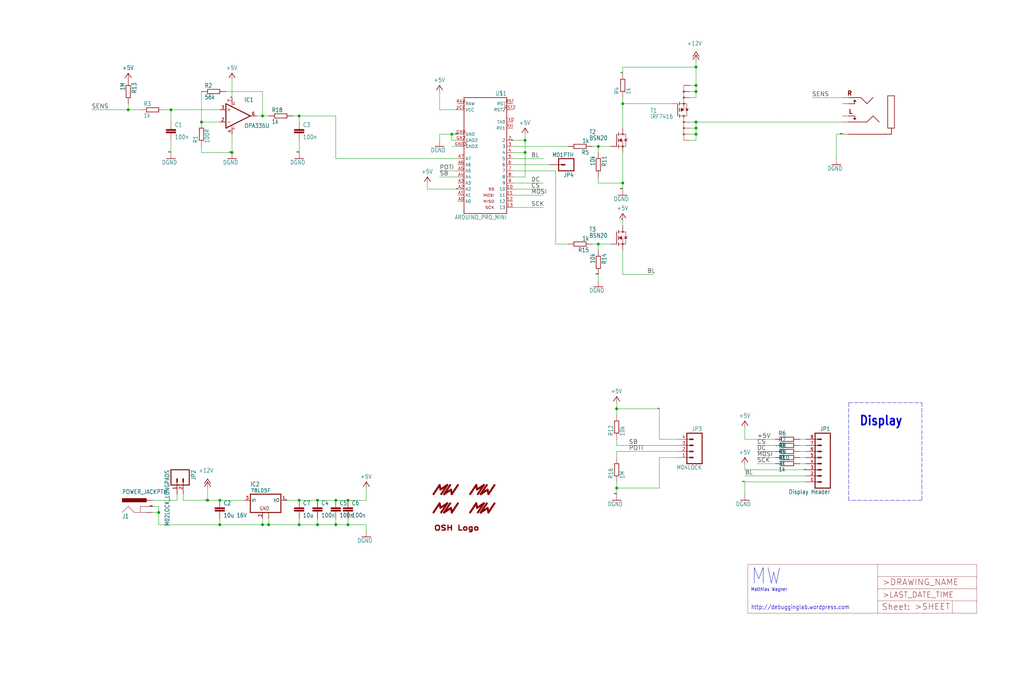
<source format=kicad_sch>
(kicad_sch (version 20201015) (generator eeschema)
  (page 1 1)
  (paper "User" 426.034 281.534)
  (lib_symbols
    (symbol "solderstation_v1_6-eagle-import:+12V" (power)
      (property "Value" "+12V" (at -3.81 3.81 0))
      (symbol "+12V_1_0"
        (pin power_in line (at 0 -2.54 90) (length 2.54) (name "+12V") (number "1"))
      )
    )
    (symbol "solderstation_v1_6-eagle-import:+5V" (power)
      (property "Value" "+5V" (at -2.54 1.27 0))
      (symbol "+5V_1_0"
        (pin power_in line (at 0 -2.54 90) (length 2.54) (name "+5V") (number "1"))
      )
    )
    (symbol "solderstation_v1_6-eagle-import:78LF"
      (property "Reference" "IC" (at -5.08 5.715 0))
      (property "Value" "78LF" (at -5.08 3.175 0))
      (symbol "78LF_1_0"
        (text "GND" (at -1.27 -4.318 0) (effects (font (size 1.524 1.2954)) (justify left bottom)))
        (pin input line (at -7.62 0 0) (length 2.54) (name "VI") (number "3"))
        (pin passive line (at 0 -7.62 90) (length 2.54) (name "GND") (number "2"))
        (pin passive line (at 10.16 0 180) (length 2.54) (name "VO") (number "1"))
        (pin passive line (at 2.54 -7.62 90) (length 2.54) (name "GND@1") (number "2@1"))
      )
    )
    (symbol "solderstation_v1_6-eagle-import:A3L-LOC"
      (symbol "A3L-LOC_1_0"
        (text ">DRAWING_NAME" (at 344.17 15.24 0) (effects (font (size 2.54 2.54)) (justify left bottom)))
        (text ">LAST_DATE_TIME" (at 344.17 10.16 0) (effects (font (size 2.286 2.286)) (justify left bottom)))
        (text ">SHEET" (at 357.505 5.08 0) (effects (font (size 2.54 2.54)) (justify left bottom)))
        (text "Sheet:" (at 343.916 4.953 0) (effects (font (size 2.54 2.54)) (justify left bottom)))
      )
    )
    (symbol "solderstation_v1_6-eagle-import:ARDUINO_PRO_MINI"
      (property "Value" "ARDUINO_PRO_MINI" (at -7.62 -30.48 0))
      (symbol "ARDUINO_PRO_MINI_1_0"
        (text "SS" (at -2.54 -18.415 0) (effects (font (size 1.016 1.27)) (justify left bottom)))
        (text "MOSI" (at -2.54 -20.955 0) (effects (font (size 1.016 1.27)) (justify left bottom)))
        (text "MISO" (at -2.54 -23.495 0) (effects (font (size 1.016 1.27)) (justify left bottom)))
        (text "SCK" (at -2.54 -26.035 0) (effects (font (size 1.016 1.27)) (justify left bottom)))
        (pin bidirectional line (at -10.16 2.54 0) (length 2.54) (name "2") (number "2"))
        (pin bidirectional line (at -10.16 0 0) (length 2.54) (name "3") (number "3"))
        (pin bidirectional line (at -10.16 -2.54 0) (length 2.54) (name "4") (number "4"))
        (pin bidirectional line (at -10.16 -5.08 0) (length 2.54) (name "5") (number "5"))
        (pin bidirectional line (at -10.16 -7.62 0) (length 2.54) (name "6") (number "6"))
        (pin bidirectional line (at -10.16 -10.16 0) (length 2.54) (name "7") (number "7"))
        (pin bidirectional line (at -10.16 -12.7 0) (length 2.54) (name "8") (number "8"))
        (pin bidirectional line (at -10.16 -15.24 0) (length 2.54) (name "9") (number "9"))
        (pin bidirectional line (at -10.16 -17.78 0) (length 2.54) (name "10") (number "10"))
        (pin bidirectional line (at -10.16 -20.32 0) (length 2.54) (name "11") (number "11"))
        (pin bidirectional line (at -10.16 -22.86 0) (length 2.54) (name "12") (number "12"))
        (pin bidirectional line (at -10.16 -25.4 0) (length 2.54) (name "13") (number "13"))
        (pin bidirectional line (at 12.7 -22.86 180) (length 2.54) (name "A0") (number "A0"))
        (pin bidirectional line (at 12.7 -20.32 180) (length 2.54) (name "A1") (number "A1"))
        (pin bidirectional line (at 12.7 -17.78 180) (length 2.54) (name "A2") (number "A2"))
        (pin bidirectional line (at 12.7 -15.24 180) (length 2.54) (name "A3") (number "A3"))
        (pin bidirectional line (at 12.7 5.08 180) (length 2.54) (name "GND") (number "GND"))
        (pin bidirectional line (at 12.7 2.54 180) (length 2.54) (name "GND2") (number "GN2"))
        (pin bidirectional line (at 12.7 17.78 180) (length 2.54) (name "RAW") (number "RAW"))
        (pin bidirectional line (at -10.16 17.78 0) (length 2.54) (name "RST") (number "RST"))
        (pin bidirectional line (at -10.16 15.24 0) (length 2.54) (name "RST2") (number "RST2"))
        (pin bidirectional line (at -10.16 7.62 0) (length 2.54) (name "RX1") (number "RXI"))
        (pin bidirectional line (at -10.16 10.16 0) (length 2.54) (name "TX0") (number "TXD"))
        (pin bidirectional line (at 12.7 15.24 180) (length 2.54) (name "VCC") (number "VCC"))
        (pin bidirectional line (at 12.7 -12.7 180) (length 2.54) (name "A4") (number "A4"))
        (pin bidirectional line (at 12.7 -10.16 180) (length 2.54) (name "A5") (number "A5"))
        (pin bidirectional line (at 12.7 -7.62 180) (length 2.54) (name "A6") (number "A6"))
        (pin bidirectional line (at 12.7 -5.08 180) (length 2.54) (name "A7") (number "A7"))
        (pin bidirectional line (at 12.7 0 180) (length 2.54) (name "GND3") (number "GND3"))
      )
    )
    (symbol "solderstation_v1_6-eagle-import:AUDIOJACK3MM5CONRAD"
      (symbol "AUDIOJACK3MM5CONRAD_1_0"
        (text "R" (at 1.016 3.302 0) (effects (font (size 1.778 1.778) (thickness 0.3556) bold) (justify left bottom)))
        (text "L" (at 0.762 -4.318 0) (effects (font (size 1.778 1.778) (thickness 0.3556) bold) (justify left bottom)))
        (pin bidirectional line (at 5.08 2.54 180) (length 2.54) (name "P$1") (number "P_RIGHT"))
        (pin bidirectional line (at 5.08 0 180) (length 2.54) (name "P$2") (number "P_G_R"))
        (pin bidirectional line (at 5.08 -5.08 180) (length 2.54) (name "P$3") (number "P_G_L"))
        (pin bidirectional line (at 5.08 -7.62 180) (length 2.54) (name "P$4") (number "P_LEFT"))
        (pin bidirectional line (at 5.08 -12.7 180) (length 2.54) (name "P$5") (number "P_GND"))
      )
    )
    (symbol "solderstation_v1_6-eagle-import:BSN20"
      (property "Value" "BSN20" (at -13.97 0 0))
      (symbol "BSN20_1_0"
        (pin passive line (at 0 -5.08 90) (length 2.54) (name "S") (number "2"))
        (pin passive line (at -5.08 -2.54 0) (length 2.54) (name "G") (number "1"))
        (pin passive line (at 0 5.08 270) (length 2.54) (name "D") (number "3"))
      )
    )
    (symbol "solderstation_v1_6-eagle-import:C-EUC0603"
      (property "Reference" "C" (at 1.524 0.381 0))
      (property "Value" "C-EUC0603" (at 1.524 -4.699 0))
      (symbol "C-EUC0603_1_0"
        (pin passive line (at 0 2.54 270) (length 2.54) (name "1") (number "1"))
        (pin passive line (at 0 -5.08 90) (length 2.54) (name "2") (number "2"))
      )
    )
    (symbol "solderstation_v1_6-eagle-import:C-EUC1206"
      (property "Reference" "C" (at 1.524 0.381 0))
      (property "Value" "C-EUC1206" (at 1.524 -4.699 0))
      (symbol "C-EUC1206_1_0"
        (pin passive line (at 0 2.54 270) (length 2.54) (name "1") (number "1"))
        (pin passive line (at 0 -5.08 90) (length 2.54) (name "2") (number "2"))
      )
    )
    (symbol "solderstation_v1_6-eagle-import:DGND" (power)
      (property "Value" "DGND" (at -3.81 -2.54 0))
      (symbol "DGND_1_0"
        (pin power_in line (at 0 2.54 270) (length 2.54) (name "DGND") (number "1"))
      )
    )
    (symbol "solderstation_v1_6-eagle-import:IRF7416"
      (property "Value" "IRF7416" (at -11.43 1.27 0))
      (symbol "IRF7416_1_0"
        (pin passive line (at 5.08 10.16 180) (length 2.54) (name "S0") (number "1"))
        (pin passive line (at -2.54 7.62 0) (length 2.54) (name "G") (number "4"))
        (pin passive line (at 5.08 0 180) (length 2.54) (name "D0") (number "5"))
        (pin passive line (at 5.08 12.7 180) (length 2.54) (name "S1") (number "2"))
        (pin passive line (at 5.08 15.24 180) (length 2.54) (name "S2") (number "3"))
        (pin passive line (at 5.08 -2.54 180) (length 2.54) (name "D1") (number "6"))
        (pin passive line (at 5.08 -5.08 180) (length 2.54) (name "D2") (number "7"))
        (pin passive line (at 5.08 -7.62 180) (length 2.54) (name "D3") (number "8"))
      )
    )
    (symbol "solderstation_v1_6-eagle-import:M01PTH"
      (property "Reference" "JP" (at -2.54 3.302 0))
      (property "Value" "M01PTH" (at -2.54 -5.08 0))
      (symbol "M01PTH_1_0"
        (pin passive line (at 7.62 0 180) (length 5.08) (name "1") (number "1"))
      )
    )
    (symbol "solderstation_v1_6-eagle-import:M02LOCK_LONGPADS"
      (property "Reference" "JP" (at -2.54 5.842 0))
      (property "Value" "M02LOCK_LONGPADS" (at -2.54 -5.08 0))
      (symbol "M02LOCK_LONGPADS_1_0"
        (pin passive line (at 7.62 0 180) (length 5.08) (name "1") (number "1"))
        (pin passive line (at 7.62 2.54 180) (length 5.08) (name "2") (number "2"))
      )
    )
    (symbol "solderstation_v1_6-eagle-import:M04LOCK"
      (property "Reference" "JP" (at -5.08 8.382 0))
      (property "Value" "M04LOCK" (at -5.08 -7.62 0))
      (symbol "M04LOCK_1_0"
        (pin passive line (at 5.08 -2.54 180) (length 5.08) (name "1") (number "1"))
        (pin passive line (at 5.08 0 180) (length 5.08) (name "2") (number "2"))
        (pin passive line (at 5.08 2.54 180) (length 5.08) (name "3") (number "3"))
        (pin passive line (at 5.08 5.08 180) (length 5.08) (name "4") (number "4"))
      )
    )
    (symbol "solderstation_v1_6-eagle-import:M08LOCK"
      (property "Reference" "JP" (at -5.08 13.462 0))
      (property "Value" "M08LOCK" (at -5.08 -12.7 0))
      (symbol "M08LOCK_1_0"
        (pin passive line (at 5.08 -7.62 180) (length 5.08) (name "1") (number "1"))
        (pin passive line (at 5.08 -5.08 180) (length 5.08) (name "2") (number "2"))
        (pin passive line (at 5.08 -2.54 180) (length 5.08) (name "3") (number "3"))
        (pin passive line (at 5.08 0 180) (length 5.08) (name "4") (number "4"))
        (pin passive line (at 5.08 2.54 180) (length 5.08) (name "5") (number "5"))
        (pin passive line (at 5.08 5.08 180) (length 5.08) (name "6") (number "6"))
        (pin passive line (at 5.08 7.62 180) (length 5.08) (name "7") (number "7"))
        (pin passive line (at 5.08 10.16 180) (length 5.08) (name "8") (number "8"))
      )
    )
    (symbol "solderstation_v1_6-eagle-import:MW_LOGO")
    (symbol "solderstation_v1_6-eagle-import:MW_LOGO_SOLDER")
    (symbol "solderstation_v1_6-eagle-import:OPA336U"
      (property "Reference" "IC" (at 2.54 5.715 0))
      (property "Value" "OPA336U" (at 2.54 -5.08 0))
      (symbol "OPA336U_1_0"
        (text "V+" (at -1.27 4.445 900) (effects (font (size 0.8128 0.6908)) (justify left bottom)))
        (text "V-" (at -1.27 -5.715 900) (effects (font (size 0.8128 0.6908)) (justify left bottom)))
        (pin input line (at -7.62 -2.54 0) (length 2.54) (name "-IN") (number "2"))
        (pin input line (at -7.62 2.54 0) (length 2.54) (name "+IN") (number "3"))
        (pin output line (at 7.62 0 180) (length 2.54) (name "OUT") (number "6"))
        (pin power_in line (at -2.54 7.62 270) (length 2.54) (name "V+") (number "7"))
        (pin power_in line (at -2.54 -7.62 90) (length 2.54) (name "V-") (number "4"))
      )
    )
    (symbol "solderstation_v1_6-eagle-import:OSH_LOGOS"
      (symbol "OSH_LOGOS_1_0"
        (text "OSH Logo" (at 0 0 0) (effects (font (size 2.032 2.54) (thickness 0.508) bold) (justify left bottom)))
      )
    )
    (symbol "solderstation_v1_6-eagle-import:POWER_JACKPTH"
      (property "Reference" "J" (at -10.16 0 0))
      (property "Value" "POWER_JACKPTH" (at -10.16 10.16 0))
      (symbol "POWER_JACKPTH_1_0"
        (pin bidirectional line (at 2.54 5.08 180) (length 2.54) (name "GNDBREAK") (number "GNDBREAK"))
        (pin bidirectional line (at 2.54 2.54 180) (length 2.54) (name "GND") (number "GND"))
        (pin bidirectional line (at 2.54 7.62 180) (length 2.54) (name "PWR") (number "PWR"))
      )
    )
    (symbol "solderstation_v1_6-eagle-import:R-EU_R0603"
      (property "Reference" "R" (at -3.81 1.4986 0))
      (property "Value" "R-EU_R0603" (at -3.81 -3.302 0))
      (symbol "R-EU_R0603_1_0"
        (pin passive line (at 5.08 0 180) (length 2.54) (name "2") (number "2"))
        (pin passive line (at -5.08 0 0) (length 2.54) (name "1") (number "1"))
      )
    )
  )
  (junction (at 53.34 45.72) (diameter 1.016))
  (junction (at 66.04 213.36) (diameter 1.016))
  (junction (at 71.12 45.72) (diameter 1.016))
  (junction (at 83.82 50.8) (diameter 1.016))
  (junction (at 86.36 208.28) (diameter 1.016))
  (junction (at 91.44 208.28) (diameter 1.016))
  (junction (at 91.44 218.44) (diameter 1.016))
  (junction (at 96.52 63.5) (diameter 1.016))
  (junction (at 109.22 48.26) (diameter 1.016))
  (junction (at 109.22 218.44) (diameter 1.016))
  (junction (at 111.76 218.44) (diameter 1.016))
  (junction (at 124.46 48.26) (diameter 1.016))
  (junction (at 124.46 208.28) (diameter 1.016))
  (junction (at 124.46 218.44) (diameter 1.016))
  (junction (at 132.08 208.28) (diameter 1.016))
  (junction (at 132.08 218.44) (diameter 1.016))
  (junction (at 139.7 208.28) (diameter 1.016))
  (junction (at 139.7 218.44) (diameter 1.016))
  (junction (at 144.78 208.28) (diameter 1.016))
  (junction (at 144.78 218.44) (diameter 1.016))
  (junction (at 187.96 55.88) (diameter 1.016))
  (junction (at 218.44 58.42) (diameter 1.016))
  (junction (at 218.44 63.5) (diameter 1.016))
  (junction (at 248.92 60.96) (diameter 1.016))
  (junction (at 248.92 101.6) (diameter 1.016))
  (junction (at 256.54 170.18) (diameter 1.016))
  (junction (at 256.54 203.2) (diameter 1.016))
  (junction (at 259.08 43.18) (diameter 1.016))
  (junction (at 259.08 76.2) (diameter 1.016))
  (junction (at 289.56 27.94) (diameter 1.016))
  (junction (at 289.56 35.56) (diameter 1.016))
  (junction (at 289.56 38.1) (diameter 1.016))
  (junction (at 289.56 50.8) (diameter 1.016))
  (junction (at 289.56 53.34) (diameter 1.016))
  (junction (at 289.56 55.88) (diameter 1.016))
  (wire (pts (xy 53.34 43.18) (xy 53.34 45.72)))
  (wire (pts (xy 53.34 45.72) (xy 38.1 45.72)))
  (wire (pts (xy 55.88 45.72) (xy 53.34 45.72)))
  (wire (pts (xy 58.42 45.72) (xy 55.88 45.72)))
  (wire (pts (xy 63.5 208.28) (xy 73.66 208.28)))
  (wire (pts (xy 63.5 210.82) (xy 66.04 210.82)))
  (wire (pts (xy 63.5 213.36) (xy 66.04 213.36)))
  (wire (pts (xy 66.04 210.82) (xy 66.04 213.36)))
  (wire (pts (xy 66.04 213.36) (xy 66.04 218.44)))
  (wire (pts (xy 66.04 218.44) (xy 91.44 218.44)))
  (wire (pts (xy 68.58 45.72) (xy 71.12 45.72)))
  (wire (pts (xy 71.12 45.72) (xy 91.44 45.72)))
  (wire (pts (xy 71.12 50.8) (xy 71.12 45.72)))
  (wire (pts (xy 71.12 63.5) (xy 71.12 58.42)))
  (wire (pts (xy 73.66 208.28) (xy 73.66 205.74)))
  (wire (pts (xy 76.2 208.28) (xy 76.2 205.74)))
  (wire (pts (xy 83.82 38.1) (xy 83.82 50.8)))
  (wire (pts (xy 83.82 60.96) (xy 83.82 63.5)))
  (wire (pts (xy 83.82 63.5) (xy 96.52 63.5)))
  (wire (pts (xy 86.36 203.2) (xy 86.36 208.28)))
  (wire (pts (xy 86.36 208.28) (xy 76.2 208.28)))
  (wire (pts (xy 86.36 208.28) (xy 91.44 208.28)))
  (wire (pts (xy 91.44 50.8) (xy 83.82 50.8)))
  (wire (pts (xy 91.44 208.28) (xy 96.52 208.28)))
  (wire (pts (xy 91.44 215.9) (xy 91.44 218.44)))
  (wire (pts (xy 91.44 218.44) (xy 96.52 218.44)))
  (wire (pts (xy 93.98 38.1) (xy 109.22 38.1)))
  (wire (pts (xy 96.52 40.64) (xy 96.52 33.02)))
  (wire (pts (xy 96.52 63.5) (xy 96.52 55.88)))
  (wire (pts (xy 96.52 208.28) (xy 101.6 208.28)))
  (wire (pts (xy 96.52 218.44) (xy 109.22 218.44)))
  (wire (pts (xy 109.22 38.1) (xy 109.22 48.26)))
  (wire (pts (xy 109.22 48.26) (xy 106.68 48.26)))
  (wire (pts (xy 109.22 48.26) (xy 111.76 48.26)))
  (wire (pts (xy 109.22 215.9) (xy 109.22 218.44)))
  (wire (pts (xy 109.22 218.44) (xy 111.76 218.44)))
  (wire (pts (xy 111.76 215.9) (xy 111.76 218.44)))
  (wire (pts (xy 111.76 218.44) (xy 124.46 218.44)))
  (wire (pts (xy 119.38 208.28) (xy 124.46 208.28)))
  (wire (pts (xy 121.92 48.26) (xy 124.46 48.26)))
  (wire (pts (xy 124.46 48.26) (xy 124.46 50.8)))
  (wire (pts (xy 124.46 63.5) (xy 124.46 58.42)))
  (wire (pts (xy 124.46 208.28) (xy 132.08 208.28)))
  (wire (pts (xy 124.46 215.9) (xy 124.46 218.44)))
  (wire (pts (xy 124.46 218.44) (xy 132.08 218.44)))
  (wire (pts (xy 132.08 208.28) (xy 139.7 208.28)))
  (wire (pts (xy 132.08 215.9) (xy 132.08 218.44)))
  (wire (pts (xy 132.08 218.44) (xy 139.7 218.44)))
  (wire (pts (xy 139.7 48.26) (xy 124.46 48.26)))
  (wire (pts (xy 139.7 66.04) (xy 139.7 48.26)))
  (wire (pts (xy 139.7 208.28) (xy 144.78 208.28)))
  (wire (pts (xy 139.7 215.9) (xy 139.7 218.44)))
  (wire (pts (xy 139.7 218.44) (xy 144.78 218.44)))
  (wire (pts (xy 144.78 208.28) (xy 149.86 208.28)))
  (wire (pts (xy 144.78 215.9) (xy 144.78 218.44)))
  (wire (pts (xy 144.78 218.44) (xy 149.86 218.44)))
  (wire (pts (xy 149.86 208.28) (xy 152.4 208.28)))
  (wire (pts (xy 149.86 218.44) (xy 152.4 218.44)))
  (wire (pts (xy 152.4 208.28) (xy 152.4 203.2)))
  (wire (pts (xy 152.4 218.44) (xy 152.4 220.98)))
  (wire (pts (xy 177.8 78.74) (xy 177.8 76.2)))
  (wire (pts (xy 182.88 45.72) (xy 182.88 38.1)))
  (wire (pts (xy 182.88 55.88) (xy 182.88 58.42)))
  (wire (pts (xy 187.96 55.88) (xy 182.88 55.88)))
  (wire (pts (xy 187.96 58.42) (xy 187.96 55.88)))
  (wire (pts (xy 187.96 58.42) (xy 190.5 58.42)))
  (wire (pts (xy 190.5 45.72) (xy 182.88 45.72)))
  (wire (pts (xy 190.5 55.88) (xy 187.96 55.88)))
  (wire (pts (xy 190.5 60.96) (xy 187.96 60.96)))
  (wire (pts (xy 190.5 66.04) (xy 139.7 66.04)))
  (wire (pts (xy 190.5 71.12) (xy 182.88 71.12)))
  (wire (pts (xy 190.5 73.66) (xy 182.88 73.66)))
  (wire (pts (xy 190.5 78.74) (xy 177.8 78.74)))
  (wire (pts (xy 213.36 58.42) (xy 218.44 58.42)))
  (wire (pts (xy 213.36 60.96) (xy 236.22 60.96)))
  (wire (pts (xy 213.36 63.5) (xy 218.44 63.5)))
  (wire (pts (xy 213.36 66.04) (xy 226.06 66.04)))
  (wire (pts (xy 213.36 68.58) (xy 226.06 68.58)))
  (wire (pts (xy 213.36 71.12) (xy 231.14 71.12)))
  (wire (pts (xy 213.36 73.66) (xy 218.44 73.66)))
  (wire (pts (xy 213.36 76.2) (xy 226.06 76.2)))
  (wire (pts (xy 213.36 78.74) (xy 226.06 78.74)))
  (wire (pts (xy 213.36 81.28) (xy 226.06 81.28)))
  (wire (pts (xy 213.36 86.36) (xy 226.06 86.36)))
  (wire (pts (xy 218.44 58.42) (xy 218.44 55.88)))
  (wire (pts (xy 218.44 63.5) (xy 218.44 58.42)))
  (wire (pts (xy 218.44 73.66) (xy 218.44 63.5)))
  (wire (pts (xy 226.06 68.58) (xy 228.6 68.58)))
  (wire (pts (xy 231.14 71.12) (xy 231.14 73.66)))
  (wire (pts (xy 231.14 99.06) (xy 231.14 73.66)))
  (wire (pts (xy 231.14 101.6) (xy 231.14 99.06)))
  (wire (pts (xy 236.22 101.6) (xy 231.14 101.6)))
  (wire (pts (xy 246.38 60.96) (xy 248.92 60.96)))
  (wire (pts (xy 248.92 60.96) (xy 254 60.96)))
  (wire (pts (xy 248.92 63.5) (xy 248.92 60.96)))
  (wire (pts (xy 248.92 73.66) (xy 248.92 76.2)))
  (wire (pts (xy 248.92 76.2) (xy 259.08 76.2)))
  (wire (pts (xy 248.92 101.6) (xy 246.38 101.6)))
  (wire (pts (xy 248.92 101.6) (xy 248.92 104.14)))
  (wire (pts (xy 248.92 114.3) (xy 248.92 116.84)))
  (wire (pts (xy 254 101.6) (xy 248.92 101.6)))
  (wire (pts (xy 256.54 170.18) (xy 256.54 167.64)))
  (wire (pts (xy 256.54 172.72) (xy 256.54 170.18)))
  (wire (pts (xy 256.54 185.42) (xy 256.54 182.88)))
  (wire (pts (xy 256.54 187.96) (xy 256.54 190.5)))
  (wire (pts (xy 256.54 200.66) (xy 256.54 203.2)))
  (wire (pts (xy 256.54 203.2) (xy 271.78 203.2)))
  (wire (pts (xy 256.54 205.74) (xy 256.54 203.2)))
  (wire (pts (xy 259.08 27.94) (xy 266.7 27.94)))
  (wire (pts (xy 259.08 30.48) (xy 259.08 27.94)))
  (wire (pts (xy 259.08 43.18) (xy 259.08 40.64)))
  (wire (pts (xy 259.08 53.34) (xy 259.08 43.18)))
  (wire (pts (xy 259.08 76.2) (xy 259.08 63.5)))
  (wire (pts (xy 259.08 78.74) (xy 259.08 76.2)))
  (wire (pts (xy 259.08 91.44) (xy 259.08 93.98)))
  (wire (pts (xy 259.08 104.14) (xy 259.08 114.3)))
  (wire (pts (xy 259.08 114.3) (xy 271.78 114.3)))
  (wire (pts (xy 261.62 185.42) (xy 256.54 185.42)))
  (wire (pts (xy 261.62 187.96) (xy 256.54 187.96)))
  (wire (pts (xy 266.7 27.94) (xy 289.56 27.94)))
  (wire (pts (xy 266.7 43.18) (xy 259.08 43.18)))
  (wire (pts (xy 271.78 203.2) (xy 274.32 203.2)))
  (wire (pts (xy 274.32 170.18) (xy 256.54 170.18)))
  (wire (pts (xy 274.32 182.88) (xy 274.32 170.18)))
  (wire (pts (xy 274.32 187.96) (xy 261.62 187.96)))
  (wire (pts (xy 274.32 190.5) (xy 274.32 203.2)))
  (wire (pts (xy 276.86 185.42) (xy 261.62 185.42)))
  (wire (pts (xy 279.4 43.18) (xy 266.7 43.18)))
  (wire (pts (xy 281.94 182.88) (xy 274.32 182.88)))
  (wire (pts (xy 281.94 185.42) (xy 276.86 185.42)))
  (wire (pts (xy 281.94 187.96) (xy 274.32 187.96)))
  (wire (pts (xy 281.94 190.5) (xy 274.32 190.5)))
  (wire (pts (xy 287.02 35.56) (xy 289.56 35.56)))
  (wire (pts (xy 287.02 38.1) (xy 289.56 38.1)))
  (wire (pts (xy 287.02 40.64) (xy 289.56 40.64)))
  (wire (pts (xy 287.02 50.8) (xy 289.56 50.8)))
  (wire (pts (xy 287.02 53.34) (xy 289.56 53.34)))
  (wire (pts (xy 287.02 55.88) (xy 289.56 55.88)))
  (wire (pts (xy 287.02 58.42) (xy 289.56 58.42)))
  (wire (pts (xy 289.56 25.4) (xy 289.56 27.94)))
  (wire (pts (xy 289.56 27.94) (xy 289.56 35.56)))
  (wire (pts (xy 289.56 38.1) (xy 289.56 35.56)))
  (wire (pts (xy 289.56 40.64) (xy 289.56 38.1)))
  (wire (pts (xy 289.56 50.8) (xy 302.26 50.8)))
  (wire (pts (xy 289.56 53.34) (xy 289.56 50.8)))
  (wire (pts (xy 289.56 55.88) (xy 289.56 53.34)))
  (wire (pts (xy 289.56 58.42) (xy 289.56 55.88)))
  (wire (pts (xy 302.26 50.8) (xy 325.12 50.8)))
  (wire (pts (xy 309.88 182.88) (xy 309.88 177.8)))
  (wire (pts (xy 309.88 195.58) (xy 309.88 193.04)))
  (wire (pts (xy 309.88 200.66) (xy 309.88 205.74)))
  (wire (pts (xy 314.96 182.88) (xy 309.88 182.88)))
  (wire (pts (xy 322.58 182.88) (xy 314.96 182.88)))
  (wire (pts (xy 322.58 185.42) (xy 314.96 185.42)))
  (wire (pts (xy 322.58 187.96) (xy 314.96 187.96)))
  (wire (pts (xy 322.58 190.5) (xy 314.96 190.5)))
  (wire (pts (xy 322.58 193.04) (xy 314.96 193.04)))
  (wire (pts (xy 325.12 50.8) (xy 350.52 50.8)))
  (wire (pts (xy 332.74 195.58) (xy 309.88 195.58)))
  (wire (pts (xy 335.28 182.88) (xy 332.74 182.88)))
  (wire (pts (xy 335.28 185.42) (xy 332.74 185.42)))
  (wire (pts (xy 335.28 187.96) (xy 332.74 187.96)))
  (wire (pts (xy 335.28 190.5) (xy 332.74 190.5)))
  (wire (pts (xy 335.28 193.04) (xy 332.74 193.04)))
  (wire (pts (xy 335.28 195.58) (xy 332.74 195.58)))
  (wire (pts (xy 335.28 198.12) (xy 309.88 198.12)))
  (wire (pts (xy 335.28 200.66) (xy 309.88 200.66)))
  (wire (pts (xy 347.98 55.88) (xy 347.98 66.04)))
  (wire (pts (xy 350.52 40.64) (xy 337.82 40.64)))
  (wire (pts (xy 350.52 55.88) (xy 347.98 55.88)))
  (polyline (pts (xy 353.06 167.64) (xy 383.54 167.64)) (stroke (width 0) (type dash)))
  (polyline (pts (xy 353.06 208.28) (xy 353.06 167.64)) (stroke (width 0) (type dash)))
  (polyline (pts (xy 383.54 167.64) (xy 383.54 208.28)) (stroke (width 0) (type dash)))
  (polyline (pts (xy 383.54 208.28) (xy 353.06 208.28)) (stroke (width 0) (type dash)))
  (text "MW" (at 312.42 243.84 180) (effects (font (size 6.4516 5.4838)) (justify left bottom)))
  (text "Matthias Wagner" (at 312.42 246.38 180) (effects (font (size 1.4224 1.209)) (justify left bottom)))
  (text "http://debugginglab.wordpress.com" (at 312.42 254 180) (effects (font (size 1.778 1.5113)) (justify left bottom)))
  (text "Display" (at 357.378 177.546 180) (effects (font (size 3.81 3.2385) (thickness 0.6477) bold) (justify left bottom)))
  (label "SENS" (at 38.1 45.72 0) (effects (font (size 1.778 1.778))))
  (label "DGND" (at 63.5 210.82 180) (effects (font (size 0.254 0.254))))
  (label "DGND" (at 71.12 63.5 180) (effects (font (size 0.254 0.254))))
  (label "+12V" (at 86.36 208.28 180) (effects (font (size 0.254 0.254))))
  (label "+5V" (at 96.52 40.64 180) (effects (font (size 0.254 0.254))))
  (label "DGND" (at 96.52 63.5 180) (effects (font (size 0.254 0.254))))
  (label "+5V" (at 119.38 208.28 180) (effects (font (size 0.254 0.254))))
  (label "DGND" (at 124.46 63.5 180) (effects (font (size 0.254 0.254))))
  (label "POTI" (at 182.88 71.12 0) (effects (font (size 1.778 1.778))))
  (label "SB" (at 182.88 73.66 0) (effects (font (size 1.778 1.778))))
  (label "+5V" (at 190.5 45.72 180) (effects (font (size 0.254 0.254))))
  (label "DGND" (at 190.5 55.88 180) (effects (font (size 0.254 0.254))))
  (label "+5V" (at 190.5 78.74 180) (effects (font (size 0.254 0.254))))
  (label "+5V" (at 213.36 58.42 180) (effects (font (size 0.254 0.254))))
  (label "BL" (at 220.98 66.04 0) (effects (font (size 1.778 1.778))))
  (label "DC" (at 220.98 76.2 0) (effects (font (size 1.778 1.778))))
  (label "CS" (at 220.98 78.74 0) (effects (font (size 1.778 1.778))))
  (label "MOSI" (at 220.98 81.28 0) (effects (font (size 1.778 1.778))))
  (label "SCK" (at 220.98 86.36 0) (effects (font (size 1.778 1.778))))
  (label "DGND" (at 248.92 114.3 180) (effects (font (size 0.254 0.254))))
  (label "DGND" (at 256.54 205.74 180) (effects (font (size 0.254 0.254))))
  (label "+12V" (at 259.08 30.48 180) (effects (font (size 0.254 0.254))))
  (label "DGND" (at 259.08 78.74 180) (effects (font (size 0.254 0.254))))
  (label "+5V" (at 259.08 91.44 180) (effects (font (size 0.254 0.254))))
  (label "SB" (at 261.62 185.42 0) (effects (font (size 1.778 1.778))))
  (label "POTI" (at 261.62 187.96 0) (effects (font (size 1.778 1.778))))
  (label "BL" (at 269.24 114.3 0) (effects (font (size 1.778 1.778))))
  (label "+5V" (at 274.32 170.18 180) (effects (font (size 0.254 0.254))))
  (label "BL" (at 309.88 198.12 0) (effects (font (size 1.778 1.778))))
  (label "DGND" (at 309.88 200.66 180) (effects (font (size 0.254 0.254))))
  (label "+5V" (at 314.96 182.88 0) (effects (font (size 1.778 1.778))))
  (label "CS" (at 314.96 185.42 0) (effects (font (size 1.778 1.778))))
  (label "DC" (at 314.96 187.96 0) (effects (font (size 1.778 1.778))))
  (label "MOSI" (at 314.96 190.5 0) (effects (font (size 1.778 1.778))))
  (label "SCK" (at 314.96 193.04 0) (effects (font (size 1.778 1.778))))
  (label "+5V" (at 335.28 195.58 180) (effects (font (size 0.254 0.254))))
  (label "SENS" (at 337.82 40.64 0) (effects (font (size 1.778 1.778))))
  (label "DGND" (at 350.52 55.88 180) (effects (font (size 0.254 0.254))))
  (symbol (lib_id "solderstation_v1_6-eagle-import:+5V") (at 53.34 30.48 0)
    (property "Reference" "#P+012" (effects hide))
    (property "Value" "+5V" (at 50.8 29.21 0) (effects (font (size 1.778 1.5113)) (justify left bottom)))
  )
  (symbol (lib_id "solderstation_v1_6-eagle-import:+5V") (at 96.52 30.48 0)
    (property "Reference" "#P+01" (effects hide))
    (property "Value" "+5V" (at 93.98 29.21 0) (effects (font (size 1.778 1.5113)) (justify left bottom)))
  )
  (symbol (lib_id "solderstation_v1_6-eagle-import:+5V") (at 152.4 200.66 0)
    (property "Reference" "#P+05" (effects hide))
    (property "Value" "+5V" (at 149.86 199.39 0) (effects (font (size 1.778 1.5113)) (justify left bottom)))
  )
  (symbol (lib_id "solderstation_v1_6-eagle-import:+5V") (at 177.8 73.66 0)
    (property "Reference" "#P+08" (effects hide))
    (property "Value" "+5V" (at 175.26 72.39 0) (effects (font (size 1.778 1.5113)) (justify left bottom)))
  )
  (symbol (lib_id "solderstation_v1_6-eagle-import:+5V") (at 182.88 35.56 0)
    (property "Reference" "#P+02" (effects hide))
    (property "Value" "+5V" (at 180.34 34.29 0) (effects (font (size 1.778 1.5113)) (justify left bottom)))
  )
  (symbol (lib_id "solderstation_v1_6-eagle-import:+5V") (at 218.44 53.34 0)
    (property "Reference" "#P+07" (effects hide))
    (property "Value" "+5V" (at 215.9 52.07 0) (effects (font (size 1.778 1.5113)) (justify left bottom)))
  )
  (symbol (lib_id "solderstation_v1_6-eagle-import:+5V") (at 256.54 165.1 0)
    (property "Reference" "#P+09" (effects hide))
    (property "Value" "+5V" (at 254 163.83 0) (effects (font (size 1.778 1.5113)) (justify left bottom)))
  )
  (symbol (lib_id "solderstation_v1_6-eagle-import:+5V") (at 259.08 88.9 0)
    (property "Reference" "#P+011" (effects hide))
    (property "Value" "+5V" (at 256.54 87.63 0) (effects (font (size 1.778 1.5113)) (justify left bottom)))
  )
  (symbol (lib_id "solderstation_v1_6-eagle-import:+5V") (at 309.88 175.26 0)
    (property "Reference" "#P+010" (effects hide))
    (property "Value" "+5V" (at 307.34 173.99 0) (effects (font (size 1.778 1.5113)) (justify left bottom)))
  )
  (symbol (lib_id "solderstation_v1_6-eagle-import:+5V") (at 309.88 190.5 0)
    (property "Reference" "#P+03" (effects hide))
    (property "Value" "+5V" (at 307.34 189.23 0) (effects (font (size 1.778 1.5113)) (justify left bottom)))
  )
  (symbol (lib_id "solderstation_v1_6-eagle-import:+12V") (at 86.36 200.66 0)
    (property "Reference" "#P+06" (effects hide))
    (property "Value" "+12V" (at 82.55 196.85 0) (effects (font (size 1.778 1.5113)) (justify left bottom)))
  )
  (symbol (lib_id "solderstation_v1_6-eagle-import:+12V") (at 289.56 22.86 0)
    (property "Reference" "#P+04" (effects hide))
    (property "Value" "+12V" (at 285.75 19.05 0) (effects (font (size 1.778 1.5113)) (justify left bottom)))
  )
  (symbol (lib_id "solderstation_v1_6-eagle-import:DGND") (at 71.12 66.04 0)
    (property "Reference" "#GND03" (effects hide))
    (property "Value" "DGND" (at 67.31 68.58 0) (effects (font (size 1.778 1.5113)) (justify left bottom)))
  )
  (symbol (lib_id "solderstation_v1_6-eagle-import:DGND") (at 96.52 66.04 0)
    (property "Reference" "#GND01" (effects hide))
    (property "Value" "DGND" (at 92.71 68.58 0) (effects (font (size 1.778 1.5113)) (justify left bottom)))
  )
  (symbol (lib_id "solderstation_v1_6-eagle-import:DGND") (at 124.46 66.04 0)
    (property "Reference" "#GND013" (effects hide))
    (property "Value" "DGND" (at 120.65 68.58 0) (effects (font (size 1.778 1.5113)) (justify left bottom)))
  )
  (symbol (lib_id "solderstation_v1_6-eagle-import:DGND") (at 152.4 223.52 0)
    (property "Reference" "#GND02" (effects hide))
    (property "Value" "DGND" (at 148.59 226.06 0) (effects (font (size 1.778 1.5113)) (justify left bottom)))
  )
  (symbol (lib_id "solderstation_v1_6-eagle-import:DGND") (at 182.88 60.96 0)
    (property "Reference" "#GND07" (effects hide))
    (property "Value" "DGND" (at 179.07 63.5 0) (effects (font (size 1.778 1.5113)) (justify left bottom)))
  )
  (symbol (lib_id "solderstation_v1_6-eagle-import:DGND") (at 248.92 119.38 0)
    (property "Reference" "#GND010" (effects hide))
    (property "Value" "DGND" (at 245.11 121.92 0) (effects (font (size 1.778 1.5113)) (justify left bottom)))
  )
  (symbol (lib_id "solderstation_v1_6-eagle-import:DGND") (at 256.54 208.28 0)
    (property "Reference" "#GND08" (effects hide))
    (property "Value" "DGND" (at 252.73 210.82 0) (effects (font (size 1.778 1.5113)) (justify left bottom)))
  )
  (symbol (lib_id "solderstation_v1_6-eagle-import:DGND") (at 259.08 81.28 0)
    (property "Reference" "#GND05" (effects hide))
    (property "Value" "DGND" (at 255.27 83.82 0) (effects (font (size 1.778 1.5113)) (justify left bottom)))
  )
  (symbol (lib_id "solderstation_v1_6-eagle-import:DGND") (at 309.88 208.28 0)
    (property "Reference" "#GND04" (effects hide))
    (property "Value" "DGND" (at 306.07 210.82 0) (effects (font (size 1.778 1.5113)) (justify left bottom)))
  )
  (symbol (lib_id "solderstation_v1_6-eagle-import:DGND") (at 347.98 68.58 0)
    (property "Reference" "#GND06" (effects hide))
    (property "Value" "DGND" (at 344.17 71.12 0) (effects (font (size 1.778 1.5113)) (justify left bottom)))
  )
  (symbol (lib_id "solderstation_v1_6-eagle-import:R-EU_R0603") (at 53.34 38.1 270)
    (property "Reference" "R13" (at 54.8386 34.29 0) (effects (font (size 1.778 1.5113)) (justify left bottom)))
    (property "Value" "1M" (at 50.038 34.29 0) (effects (font (size 1.778 1.5113)) (justify left bottom)))
    (property "Footprint" "solderstation_v1_6:R0603" (effects hide))
  )
  (symbol (lib_id "solderstation_v1_6-eagle-import:R-EU_R0603") (at 63.5 45.72 0)
    (property "Reference" "R3" (at 59.69 44.2214 0) (effects (font (size 1.778 1.5113)) (justify left bottom)))
    (property "Value" "1k" (at 59.69 49.022 0) (effects (font (size 1.778 1.5113)) (justify left bottom)))
    (property "Footprint" "solderstation_v1_6:R0603" (effects hide))
  )
  (symbol (lib_id "solderstation_v1_6-eagle-import:R-EU_R0603") (at 83.82 55.88 90)
    (property "Reference" "R1" (at 82.3214 59.69 0) (effects (font (size 1.778 1.5113)) (justify left bottom)))
    (property "Value" "100R" (at 87.122 59.69 0) (effects (font (size 1.778 1.5113)) (justify left bottom)))
    (property "Footprint" "solderstation_v1_6:R0603" (effects hide))
  )
  (symbol (lib_id "solderstation_v1_6-eagle-import:R-EU_R0603") (at 88.9 38.1 0)
    (property "Reference" "R2" (at 85.09 36.6014 0) (effects (font (size 1.778 1.5113)) (justify left bottom)))
    (property "Value" "56k" (at 85.09 41.402 0) (effects (font (size 1.778 1.5113)) (justify left bottom)))
    (property "Footprint" "solderstation_v1_6:R0603" (effects hide))
  )
  (symbol (lib_id "solderstation_v1_6-eagle-import:R-EU_R0603") (at 116.84 48.26 0)
    (property "Reference" "R18" (at 113.03 46.7614 0) (effects (font (size 1.778 1.5113)) (justify left bottom)))
    (property "Value" "1k" (at 113.03 51.562 0) (effects (font (size 1.778 1.5113)) (justify left bottom)))
    (property "Footprint" "solderstation_v1_6:R0603" (effects hide))
  )
  (symbol (lib_id "solderstation_v1_6-eagle-import:R-EU_R0603") (at 241.3 60.96 180)
    (property "Reference" "R5" (at 245.11 62.4586 0) (effects (font (size 1.778 1.5113)) (justify left bottom)))
    (property "Value" "1k" (at 245.11 57.658 0) (effects (font (size 1.778 1.5113)) (justify left bottom)))
    (property "Footprint" "solderstation_v1_6:R0603" (effects hide))
  )
  (symbol (lib_id "solderstation_v1_6-eagle-import:R-EU_R0603") (at 241.3 101.6 180)
    (property "Reference" "R15" (at 245.11 103.0986 0) (effects (font (size 1.778 1.5113)) (justify left bottom)))
    (property "Value" "1k" (at 245.11 98.298 0) (effects (font (size 1.778 1.5113)) (justify left bottom)))
    (property "Footprint" "solderstation_v1_6:R0603" (effects hide))
  )
  (symbol (lib_id "solderstation_v1_6-eagle-import:R-EU_R0603") (at 248.92 68.58 270)
    (property "Reference" "R11" (at 250.4186 64.77 0) (effects (font (size 1.778 1.5113)) (justify left bottom)))
    (property "Value" "10k" (at 245.618 64.77 0) (effects (font (size 1.778 1.5113)) (justify left bottom)))
    (property "Footprint" "solderstation_v1_6:R0603" (effects hide))
  )
  (symbol (lib_id "solderstation_v1_6-eagle-import:R-EU_R0603") (at 248.92 109.22 270)
    (property "Reference" "R14" (at 250.4186 105.41 0) (effects (font (size 1.778 1.5113)) (justify left bottom)))
    (property "Value" "10k" (at 245.618 105.41 0) (effects (font (size 1.778 1.5113)) (justify left bottom)))
    (property "Footprint" "solderstation_v1_6:R0603" (effects hide))
  )
  (symbol (lib_id "solderstation_v1_6-eagle-import:R-EU_R0603") (at 256.54 177.8 90)
    (property "Reference" "R12" (at 255.0414 181.61 0) (effects (font (size 1.778 1.5113)) (justify left bottom)))
    (property "Value" "10k" (at 259.842 181.61 0) (effects (font (size 1.778 1.5113)) (justify left bottom)))
    (property "Footprint" "solderstation_v1_6:R0603" (effects hide))
  )
  (symbol (lib_id "solderstation_v1_6-eagle-import:R-EU_R0603") (at 256.54 195.58 90)
    (property "Reference" "R16" (at 255.0414 199.39 0) (effects (font (size 1.778 1.5113)) (justify left bottom)))
    (property "Value" "1M" (at 259.842 199.39 0) (effects (font (size 1.778 1.5113)) (justify left bottom)))
    (property "Footprint" "solderstation_v1_6:R0603" (effects hide))
  )
  (symbol (lib_id "solderstation_v1_6-eagle-import:R-EU_R0603") (at 259.08 35.56 90)
    (property "Reference" "R4" (at 257.5814 39.37 0) (effects (font (size 1.778 1.5113)) (justify left bottom)))
    (property "Value" "1k" (at 262.382 39.37 0) (effects (font (size 1.778 1.5113)) (justify left bottom)))
    (property "Footprint" "solderstation_v1_6:R0603" (effects hide))
  )
  (symbol (lib_id "solderstation_v1_6-eagle-import:R-EU_R0603") (at 327.66 182.88 0)
    (property "Reference" "R6" (at 323.85 181.3814 0) (effects (font (size 1.778 1.5113)) (justify left bottom)))
    (property "Value" "1k" (at 323.85 186.182 0) (effects (font (size 1.778 1.5113)) (justify left bottom)))
    (property "Footprint" "solderstation_v1_6:R0603" (effects hide))
  )
  (symbol (lib_id "solderstation_v1_6-eagle-import:R-EU_R0603") (at 327.66 185.42 0)
    (property "Reference" "R7" (at 323.85 183.9214 0) (effects (font (size 1.778 1.5113)) (justify left bottom)))
    (property "Value" "1k" (at 323.85 188.722 0) (effects (font (size 1.778 1.5113)) (justify left bottom)))
    (property "Footprint" "solderstation_v1_6:R0603" (effects hide))
  )
  (symbol (lib_id "solderstation_v1_6-eagle-import:R-EU_R0603") (at 327.66 187.96 0)
    (property "Reference" "R8" (at 323.85 186.4614 0) (effects (font (size 1.778 1.5113)) (justify left bottom)))
    (property "Value" "1k" (at 323.85 191.262 0) (effects (font (size 1.778 1.5113)) (justify left bottom)))
    (property "Footprint" "solderstation_v1_6:R0603" (effects hide))
  )
  (symbol (lib_id "solderstation_v1_6-eagle-import:R-EU_R0603") (at 327.66 190.5 0)
    (property "Reference" "R9" (at 323.85 189.0014 0) (effects (font (size 1.778 1.5113)) (justify left bottom)))
    (property "Value" "1k" (at 323.85 193.802 0) (effects (font (size 1.778 1.5113)) (justify left bottom)))
    (property "Footprint" "solderstation_v1_6:R0603" (effects hide))
  )
  (symbol (lib_id "solderstation_v1_6-eagle-import:R-EU_R0603") (at 327.66 193.04 0)
    (property "Reference" "R10" (at 323.85 191.5414 0) (effects (font (size 1.778 1.5113)) (justify left bottom)))
    (property "Value" "1k" (at 323.85 196.342 0) (effects (font (size 1.778 1.5113)) (justify left bottom)))
    (property "Footprint" "solderstation_v1_6:R0603" (effects hide))
  )
  (symbol (lib_id "solderstation_v1_6-eagle-import:C-EUC0603") (at 71.12 53.34 0)
    (property "Reference" "C1" (at 72.644 52.959 0) (effects (font (size 1.778 1.5113)) (justify left bottom)))
    (property "Value" "100n" (at 72.644 58.039 0) (effects (font (size 1.778 1.5113)) (justify left bottom)))
    (property "Footprint" "solderstation_v1_6:C0603" (effects hide))
  )
  (symbol (lib_id "solderstation_v1_6-eagle-import:C-EUC1206") (at 91.44 210.82 0)
    (property "Reference" "C2" (at 92.964 210.439 0) (effects (font (size 1.778 1.5113)) (justify left bottom)))
    (property "Value" "10u 16V" (at 92.964 215.519 0) (effects (font (size 1.778 1.5113)) (justify left bottom)))
    (property "Footprint" "solderstation_v1_6:C1206" (effects hide))
  )
  (symbol (lib_id "solderstation_v1_6-eagle-import:C-EUC0603") (at 124.46 53.34 0)
    (property "Reference" "C3" (at 125.984 52.959 0) (effects (font (size 1.778 1.5113)) (justify left bottom)))
    (property "Value" "100n" (at 125.984 58.039 0) (effects (font (size 1.778 1.5113)) (justify left bottom)))
    (property "Footprint" "solderstation_v1_6:C0603" (effects hide))
  )
  (symbol (lib_id "solderstation_v1_6-eagle-import:C-EUC1206") (at 124.46 210.82 0)
    (property "Reference" "C7" (at 125.984 210.439 0) (effects (font (size 1.778 1.5113)) (justify left bottom)))
    (property "Value" "10u" (at 125.984 215.519 0) (effects (font (size 1.778 1.5113)) (justify left bottom)))
    (property "Footprint" "solderstation_v1_6:C1206" (effects hide))
  )
  (symbol (lib_id "solderstation_v1_6-eagle-import:C-EUC0603") (at 132.08 210.82 0)
    (property "Reference" "C4" (at 133.604 210.439 0) (effects (font (size 1.778 1.5113)) (justify left bottom)))
    (property "Value" "100n" (at 133.604 215.519 0) (effects (font (size 1.778 1.5113)) (justify left bottom)))
    (property "Footprint" "solderstation_v1_6:C0603" (effects hide))
  )
  (symbol (lib_id "solderstation_v1_6-eagle-import:C-EUC0603") (at 139.7 210.82 0)
    (property "Reference" "C5" (at 141.224 210.439 0) (effects (font (size 1.778 1.5113)) (justify left bottom)))
    (property "Value" "100n" (at 141.224 215.519 0) (effects (font (size 1.778 1.5113)) (justify left bottom)))
    (property "Footprint" "solderstation_v1_6:C0603" (effects hide))
  )
  (symbol (lib_id "solderstation_v1_6-eagle-import:C-EUC0603") (at 144.78 210.82 0)
    (property "Reference" "C6" (at 146.304 210.439 0) (effects (font (size 1.778 1.5113)) (justify left bottom)))
    (property "Value" "100n" (at 146.304 215.519 0) (effects (font (size 1.778 1.5113)) (justify left bottom)))
    (property "Footprint" "solderstation_v1_6:C0603" (effects hide))
  )
  (symbol (lib_id "solderstation_v1_6-eagle-import:MW_LOGO") (at 180.34 205.74 0)
    (property "Reference" "U$3" (effects hide))
    (property "Value" "MW_LOGO" (effects hide))
    (property "Footprint" "solderstation_v1_6:MW_11X5MM" (effects hide))
  )
  (symbol (lib_id "solderstation_v1_6-eagle-import:MW_LOGO_SOLDER") (at 180.34 213.36 0)
    (property "Reference" "U$4" (effects hide))
    (property "Value" "MW_LOGO_SOLDER" (effects hide))
    (property "Footprint" "solderstation_v1_6:MW_11X5MM_SOLDER" (effects hide))
  )
  (symbol (lib_id "solderstation_v1_6-eagle-import:MW_LOGO") (at 195.58 205.74 0)
    (property "Reference" "U$5" (effects hide))
    (property "Value" "MW_LOGO" (effects hide))
    (property "Footprint" "solderstation_v1_6:MW_11X5MM" (effects hide))
  )
  (symbol (lib_id "solderstation_v1_6-eagle-import:MW_LOGO_SOLDER") (at 195.58 213.36 0)
    (property "Reference" "U$9" (effects hide))
    (property "Value" "MW_LOGO_SOLDER" (effects hide))
    (property "Footprint" "solderstation_v1_6:MW_11X5MM_SOLDER" (effects hide))
  )
  (symbol (lib_id "solderstation_v1_6-eagle-import:M01PTH") (at 236.22 68.58 180)
    (property "Reference" "JP4" (at 238.76 71.882 0) (effects (font (size 1.778 1.5113)) (justify left bottom)))
    (property "Value" "M01PTH" (at 238.76 63.5 0) (effects (font (size 1.778 1.5113)) (justify left bottom)))
    (property "Footprint" "solderstation_v1_6:1X01" (effects hide))
  )
  (symbol (lib_id "solderstation_v1_6-eagle-import:OSH_LOGOS") (at 180.34 220.98 0)
    (property "Reference" "U$8" (effects hide))
    (property "Value" "OSH_LOGOS" (effects hide))
    (property "Footprint" "solderstation_v1_6:OSH_LOGO_S" (effects hide))
  )
  (symbol (lib_id "solderstation_v1_6-eagle-import:POWER_JACKPTH") (at 60.96 215.9 0)
    (property "Reference" "J1" (at 50.8 215.9 0) (effects (font (size 1.778 1.5113)) (justify left bottom)))
    (property "Value" "POWER_JACKPTH" (at 50.8 205.74 0) (effects (font (size 1.778 1.5113)) (justify left bottom)))
    (property "Footprint" "solderstation_v1_6:POWER_JACK_PTH" (effects hide))
  )
  (symbol (lib_id "solderstation_v1_6-eagle-import:BSN20") (at 259.08 58.42 0)
    (property "Reference" "T2" (at 245.11 55.88 0) (effects (font (size 1.778 1.5113)) (justify left bottom)))
    (property "Value" "BSN20" (at 245.11 58.42 0) (effects (font (size 1.778 1.5113)) (justify left bottom)))
    (property "Footprint" "solderstation_v1_6:SOT23" (effects hide))
  )
  (symbol (lib_id "solderstation_v1_6-eagle-import:BSN20") (at 259.08 99.06 0)
    (property "Reference" "T3" (at 245.11 96.52 0) (effects (font (size 1.778 1.5113)) (justify left bottom)))
    (property "Value" "BSN20" (at 245.11 99.06 0) (effects (font (size 1.778 1.5113)) (justify left bottom)))
    (property "Footprint" "solderstation_v1_6:SOT23" (effects hide))
  )
  (symbol (lib_id "solderstation_v1_6-eagle-import:M02LOCK_LONGPADS") (at 73.66 198.12 270)
    (property "Reference" "JP2" (at 79.502 195.58 0) (effects (font (size 1.778 1.5113)) (justify left bottom)))
    (property "Value" "M02LOCK_LONGPADS" (at 68.58 195.58 0) (effects (font (size 1.778 1.5113)) (justify left bottom)))
    (property "Footprint" "solderstation_v1_6:1X02_LOCK_LONGPADS" (effects hide))
  )
  (symbol (lib_id "solderstation_v1_6-eagle-import:M04LOCK") (at 287.02 187.96 0) (mirror y)
    (property "Reference" "JP3" (at 292.1 179.578 0) (effects (font (size 1.778 1.5113)) (justify left bottom)))
    (property "Value" "M04LOCK" (at 292.1 195.58 0) (effects (font (size 1.778 1.5113)) (justify left bottom)))
    (property "Footprint" "solderstation_v1_6:1X04_LOCK" (effects hide))
  )
  (symbol (lib_id "solderstation_v1_6-eagle-import:IRF7416") (at 281.94 50.8 0)
    (property "Reference" "T1" (at 270.51 46.99 0) (effects (font (size 1.778 1.5113)) (justify left bottom)))
    (property "Value" "IRF7416" (at 270.51 49.53 0) (effects (font (size 1.778 1.5113)) (justify left bottom)))
    (property "Footprint" "solderstation_v1_6:SO8" (effects hide))
  )
  (symbol (lib_id "solderstation_v1_6-eagle-import:78LF") (at 109.22 208.28 0)
    (property "Reference" "IC2" (at 104.14 202.565 0) (effects (font (size 1.778 1.5113)) (justify left bottom)))
    (property "Value" "78L05F" (at 104.14 205.105 0) (effects (font (size 1.511 1.511)) (justify left bottom)))
    (property "Footprint" "solderstation_v1_6:SOT89" (effects hide))
  )
  (symbol (lib_id "solderstation_v1_6-eagle-import:M08LOCK") (at 340.36 193.04 0) (mirror y)
    (property "Reference" "JP1" (at 345.44 179.578 0) (effects (font (size 1.778 1.5113)) (justify left bottom)))
    (property "Value" "Display Header" (at 345.44 205.74 0) (effects (font (size 1.778 1.5113)) (justify left bottom)))
    (property "Footprint" "solderstation_v1_6:1X08_LOCK" (effects hide))
  )
  (symbol (lib_id "solderstation_v1_6-eagle-import:OPA336U") (at 99.06 48.26 0)
    (property "Reference" "IC1" (at 101.6 42.545 0) (effects (font (size 1.778 1.5113)) (justify left bottom)))
    (property "Value" "OPA336U" (at 101.6 53.34 0) (effects (font (size 1.778 1.5113)) (justify left bottom)))
    (property "Footprint" "solderstation_v1_6:SO08" (effects hide))
  )
  (symbol (lib_id "solderstation_v1_6-eagle-import:AUDIOJACK3MM5CONRAD") (at 355.6 43.18 0) (mirror y)
    (property "Reference" "U$2" (effects hide))
    (property "Value" "AUDIOJACK3MM5CONRAD" (effects hide))
    (property "Footprint" "solderstation_v1_6:AUDIOJACK3MM5_CONRAD" (effects hide))
  )
  (symbol (lib_id "solderstation_v1_6-eagle-import:ARDUINO_PRO_MINI") (at 203.2 60.96 0) (mirror y)
    (property "Reference" "U$1" (at 210.82 39.878 0) (effects (font (size 1.778 1.5113)) (justify left bottom)))
    (property "Value" "ARDUINO_PRO_MINI" (at 210.82 91.44 0) (effects (font (size 1.778 1.5113)) (justify left bottom)))
    (property "Footprint" "solderstation_v1_6:ARDUINO_PRO_MINI" (effects hide))
  )
  (symbol (lib_id "solderstation_v1_6-eagle-import:A3L-LOC") (at 22.86 259.08 0)
    (property "Reference" "#FRAME1" (effects hide))
    (property "Value" "A3L-LOC" (effects hide))
  )
)
</source>
